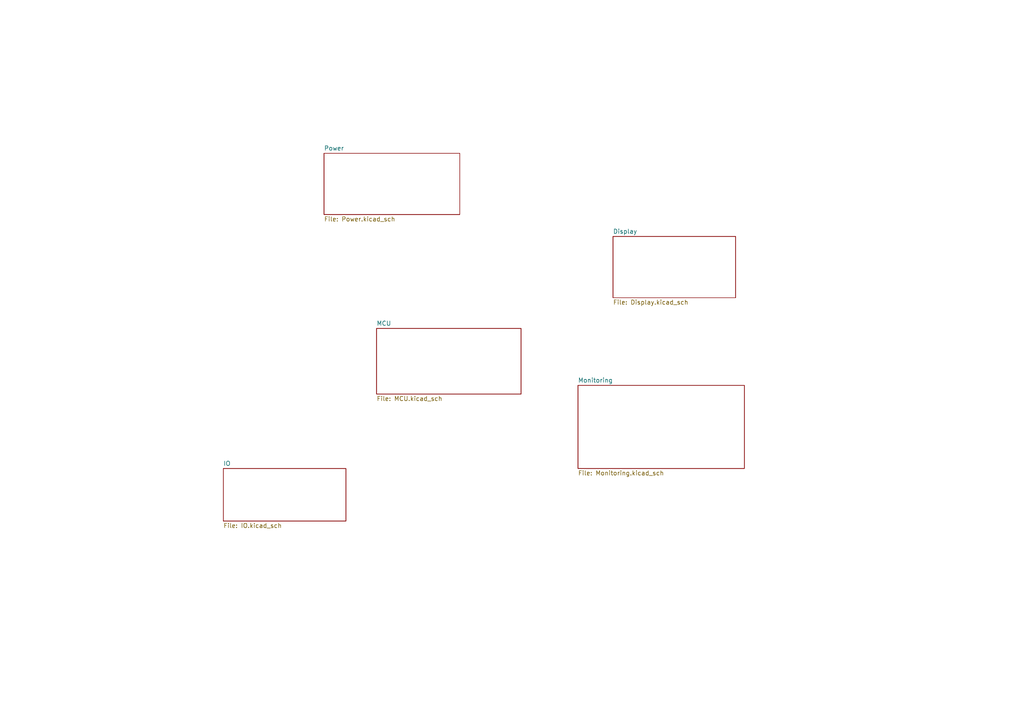
<source format=kicad_sch>
(kicad_sch
	(version 20250114)
	(generator "eeschema")
	(generator_version "9.0")
	(uuid "f0c57335-1044-469b-b8e4-ad3058badde6")
	(paper "A4")
	(lib_symbols)
	(sheet
		(at 177.8 68.58)
		(size 35.56 17.78)
		(exclude_from_sim no)
		(in_bom yes)
		(on_board yes)
		(dnp no)
		(fields_autoplaced yes)
		(stroke
			(width 0.1524)
			(type solid)
		)
		(fill
			(color 0 0 0 0.0000)
		)
		(uuid "0f4495ec-0f37-4475-ba6c-db379c8d7d9c")
		(property "Sheetname" "Display"
			(at 177.8 67.8684 0)
			(effects
				(font
					(size 1.27 1.27)
				)
				(justify left bottom)
			)
		)
		(property "Sheetfile" "Display.kicad_sch"
			(at 177.8 86.9446 0)
			(effects
				(font
					(size 1.27 1.27)
				)
				(justify left top)
			)
		)
		(instances
			(project "Kicad9_Project"
				(path "/f0c57335-1044-469b-b8e4-ad3058badde6"
					(page "4")
				)
			)
		)
	)
	(sheet
		(at 109.22 95.25)
		(size 41.91 19.05)
		(exclude_from_sim no)
		(in_bom yes)
		(on_board yes)
		(dnp no)
		(fields_autoplaced yes)
		(stroke
			(width 0.1524)
			(type solid)
		)
		(fill
			(color 0 0 0 0.0000)
		)
		(uuid "2a459ddc-88d0-41a2-b93d-eb043f50bc6c")
		(property "Sheetname" "MCU"
			(at 109.22 94.5384 0)
			(effects
				(font
					(size 1.27 1.27)
				)
				(justify left bottom)
			)
		)
		(property "Sheetfile" "MCU.kicad_sch"
			(at 109.22 114.8846 0)
			(effects
				(font
					(size 1.27 1.27)
				)
				(justify left top)
			)
		)
		(instances
			(project "Kicad9_Project"
				(path "/f0c57335-1044-469b-b8e4-ad3058badde6"
					(page "3")
				)
			)
		)
	)
	(sheet
		(at 64.77 135.89)
		(size 35.56 15.24)
		(exclude_from_sim no)
		(in_bom yes)
		(on_board yes)
		(dnp no)
		(fields_autoplaced yes)
		(stroke
			(width 0.1524)
			(type solid)
		)
		(fill
			(color 0 0 0 0.0000)
		)
		(uuid "80eb0d66-cbc0-4b52-a59a-09c2f6bd8c16")
		(property "Sheetname" "IO"
			(at 64.77 135.1784 0)
			(effects
				(font
					(size 1.27 1.27)
				)
				(justify left bottom)
			)
		)
		(property "Sheetfile" "IO.kicad_sch"
			(at 64.77 151.7146 0)
			(effects
				(font
					(size 1.27 1.27)
				)
				(justify left top)
			)
		)
		(instances
			(project "Kicad9_Project"
				(path "/f0c57335-1044-469b-b8e4-ad3058badde6"
					(page "6")
				)
			)
		)
	)
	(sheet
		(at 167.64 111.76)
		(size 48.26 24.13)
		(exclude_from_sim no)
		(in_bom yes)
		(on_board yes)
		(dnp no)
		(fields_autoplaced yes)
		(stroke
			(width 0.1524)
			(type solid)
		)
		(fill
			(color 0 0 0 0.0000)
		)
		(uuid "812ff050-97eb-4e59-933a-587a6f201885")
		(property "Sheetname" "Monitoring"
			(at 167.64 111.0484 0)
			(effects
				(font
					(size 1.27 1.27)
				)
				(justify left bottom)
			)
		)
		(property "Sheetfile" "Monitoring.kicad_sch"
			(at 167.64 136.4746 0)
			(effects
				(font
					(size 1.27 1.27)
				)
				(justify left top)
			)
		)
		(instances
			(project "Kicad9_Project"
				(path "/f0c57335-1044-469b-b8e4-ad3058badde6"
					(page "5")
				)
			)
		)
	)
	(sheet
		(at 93.98 44.45)
		(size 39.37 17.78)
		(exclude_from_sim no)
		(in_bom yes)
		(on_board yes)
		(dnp no)
		(fields_autoplaced yes)
		(stroke
			(width 0.1524)
			(type solid)
		)
		(fill
			(color 0 0 0 0.0000)
		)
		(uuid "d75cd807-c6ce-48c0-93f0-b274e72060cb")
		(property "Sheetname" "Power"
			(at 93.98 43.7384 0)
			(effects
				(font
					(size 1.27 1.27)
				)
				(justify left bottom)
			)
		)
		(property "Sheetfile" "Power.kicad_sch"
			(at 93.98 62.8146 0)
			(effects
				(font
					(size 1.27 1.27)
				)
				(justify left top)
			)
		)
		(instances
			(project "Kicad9_Project"
				(path "/f0c57335-1044-469b-b8e4-ad3058badde6"
					(page "2")
				)
			)
		)
	)
	(sheet_instances
		(path "/"
			(page "1")
		)
	)
	(embedded_fonts no)
)

</source>
